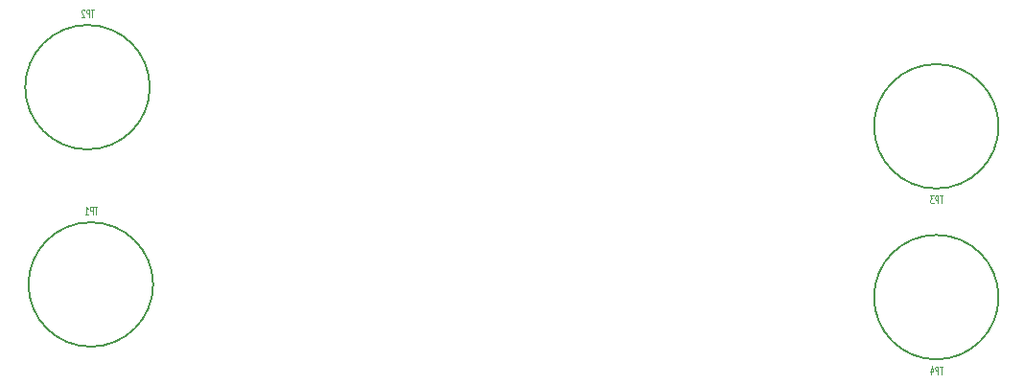
<source format=gbr>
G04 #@! TF.GenerationSoftware,KiCad,Pcbnew,(5.1.9)-1*
G04 #@! TF.CreationDate,2021-02-22T11:59:36-08:00*
G04 #@! TF.ProjectId,UnfolderBuffer,556e666f-6c64-4657-9242-75666665722e,rev?*
G04 #@! TF.SameCoordinates,Original*
G04 #@! TF.FileFunction,Legend,Bot*
G04 #@! TF.FilePolarity,Positive*
%FSLAX46Y46*%
G04 Gerber Fmt 4.6, Leading zero omitted, Abs format (unit mm)*
G04 Created by KiCad (PCBNEW (5.1.9)-1) date 2021-02-22 11:59:36*
%MOMM*%
%LPD*%
G01*
G04 APERTURE LIST*
%ADD10C,0.150000*%
%ADD11C,0.111125*%
G04 APERTURE END LIST*
D10*
X102950000Y46550000D02*
G75*
G03*
X102950000Y46550000I-5500000J0D01*
G01*
X102950000Y31450000D02*
G75*
G03*
X102950000Y31450000I-5500000J0D01*
G01*
X28000000Y50010000D02*
G75*
G03*
X28000000Y50010000I-5500000J0D01*
G01*
X28290000Y32570000D02*
G75*
G03*
X28290000Y32570000I-5500000J0D01*
G01*
D11*
X98010916Y40432511D02*
X97756916Y40432511D01*
X97883916Y39734011D02*
X97883916Y40432511D01*
X97608750Y39734011D02*
X97608750Y40432511D01*
X97439416Y40432511D01*
X97397083Y40399250D01*
X97375916Y40365988D01*
X97354750Y40299464D01*
X97354750Y40199678D01*
X97375916Y40133154D01*
X97397083Y40099892D01*
X97439416Y40066630D01*
X97608750Y40066630D01*
X97206583Y40432511D02*
X96931416Y40432511D01*
X97079583Y40166416D01*
X97016083Y40166416D01*
X96973750Y40133154D01*
X96952583Y40099892D01*
X96931416Y40033369D01*
X96931416Y39867059D01*
X96952583Y39800535D01*
X96973750Y39767273D01*
X97016083Y39734011D01*
X97143083Y39734011D01*
X97185416Y39767273D01*
X97206583Y39800535D01*
X98010916Y25332511D02*
X97756916Y25332511D01*
X97883916Y24634011D02*
X97883916Y25332511D01*
X97608750Y24634011D02*
X97608750Y25332511D01*
X97439416Y25332511D01*
X97397083Y25299250D01*
X97375916Y25265988D01*
X97354750Y25199464D01*
X97354750Y25099678D01*
X97375916Y25033154D01*
X97397083Y24999892D01*
X97439416Y24966630D01*
X97608750Y24966630D01*
X96973750Y25099678D02*
X96973750Y24634011D01*
X97079583Y25365773D02*
X97185416Y24866845D01*
X96910250Y24866845D01*
X23060916Y56892511D02*
X22806916Y56892511D01*
X22933916Y56194011D02*
X22933916Y56892511D01*
X22658750Y56194011D02*
X22658750Y56892511D01*
X22489416Y56892511D01*
X22447083Y56859250D01*
X22425916Y56825988D01*
X22404750Y56759464D01*
X22404750Y56659678D01*
X22425916Y56593154D01*
X22447083Y56559892D01*
X22489416Y56526630D01*
X22658750Y56526630D01*
X22235416Y56825988D02*
X22214250Y56859250D01*
X22171916Y56892511D01*
X22066083Y56892511D01*
X22023750Y56859250D01*
X22002583Y56825988D01*
X21981416Y56759464D01*
X21981416Y56692940D01*
X22002583Y56593154D01*
X22256583Y56194011D01*
X21981416Y56194011D01*
X23350916Y39452511D02*
X23096916Y39452511D01*
X23223916Y38754011D02*
X23223916Y39452511D01*
X22948750Y38754011D02*
X22948750Y39452511D01*
X22779416Y39452511D01*
X22737083Y39419250D01*
X22715916Y39385988D01*
X22694750Y39319464D01*
X22694750Y39219678D01*
X22715916Y39153154D01*
X22737083Y39119892D01*
X22779416Y39086630D01*
X22948750Y39086630D01*
X22271416Y38754011D02*
X22525416Y38754011D01*
X22398416Y38754011D02*
X22398416Y39452511D01*
X22440750Y39352726D01*
X22483083Y39286202D01*
X22525416Y39252940D01*
M02*

</source>
